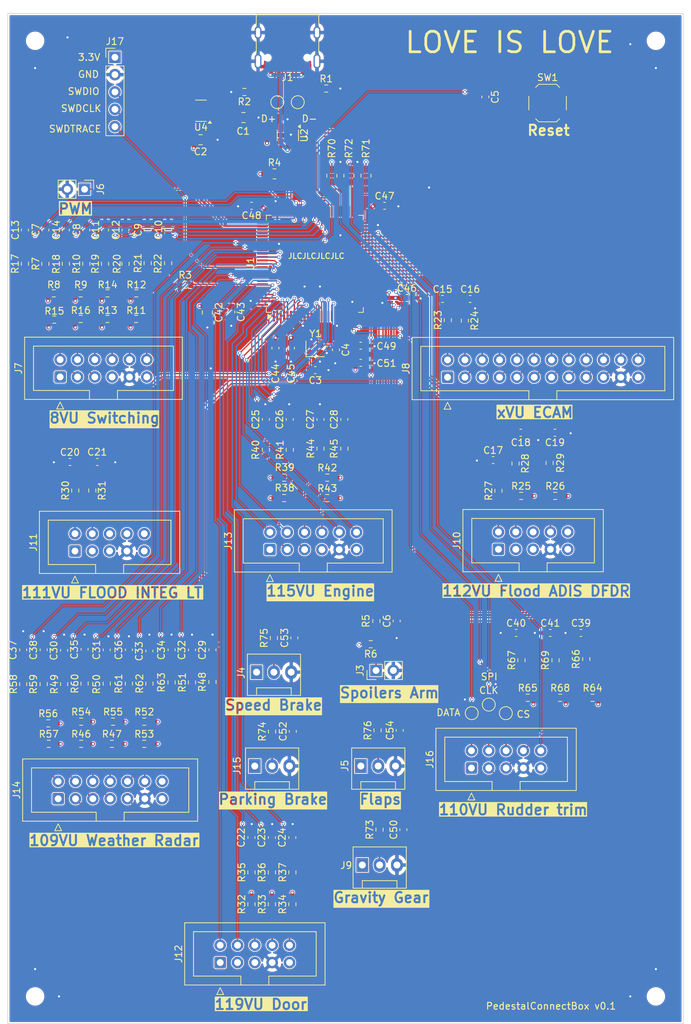
<source format=kicad_pcb>
(kicad_pcb
	(version 20240108)
	(generator "pcbnew")
	(generator_version "8.0")
	(general
		(thickness 1.6)
		(legacy_teardrops no)
	)
	(paper "A4" portrait)
	(layers
		(0 "F.Cu" signal)
		(1 "In1.Cu" signal)
		(2 "In2.Cu" signal)
		(31 "B.Cu" signal)
		(34 "B.Paste" user)
		(35 "F.Paste" user)
		(36 "B.SilkS" user "B.Silkscreen")
		(37 "F.SilkS" user "F.Silkscreen")
		(38 "B.Mask" user)
		(39 "F.Mask" user)
		(44 "Edge.Cuts" user)
		(45 "Margin" user)
		(46 "B.CrtYd" user "B.Courtyard")
		(47 "F.CrtYd" user "F.Courtyard")
		(48 "B.Fab" user)
		(49 "F.Fab" user)
	)
	(setup
		(stackup
			(layer "F.SilkS"
				(type "Top Silk Screen")
				(color "White")
			)
			(layer "F.Paste"
				(type "Top Solder Paste")
			)
			(layer "F.Mask"
				(type "Top Solder Mask")
				(color "Black")
				(thickness 0.01)
			)
			(layer "F.Cu"
				(type "copper")
				(thickness 0.035)
			)
			(layer "dielectric 1"
				(type "prepreg")
				(thickness 0.1)
				(material "FR4")
				(epsilon_r 4.5)
				(loss_tangent 0.02)
			)
			(layer "In1.Cu"
				(type "copper")
				(thickness 0.035)
			)
			(layer "dielectric 2"
				(type "core")
				(thickness 1.24)
				(material "FR4")
				(epsilon_r 4.5)
				(loss_tangent 0.02)
			)
			(layer "In2.Cu"
				(type "copper")
				(thickness 0.035)
			)
			(layer "dielectric 3"
				(type "prepreg")
				(thickness 0.1)
				(material "FR4")
				(epsilon_r 4.5)
				(loss_tangent 0.02)
			)
			(layer "B.Cu"
				(type "copper")
				(thickness 0.035)
			)
			(layer "B.Mask"
				(type "Bottom Solder Mask")
				(color "Black")
				(thickness 0.01)
			)
			(layer "B.Paste"
				(type "Bottom Solder Paste")
			)
			(layer "B.SilkS"
				(type "Bottom Silk Screen")
				(color "White")
			)
			(copper_finish "None")
			(dielectric_constraints yes)
		)
		(pad_to_mask_clearance 0)
		(allow_soldermask_bridges_in_footprints no)
		(pcbplotparams
			(layerselection 0x00010fc_ffffffff)
			(plot_on_all_layers_selection 0x0000000_00000000)
			(disableapertmacros no)
			(usegerberextensions no)
			(usegerberattributes yes)
			(usegerberadvancedattributes yes)
			(creategerberjobfile yes)
			(dashed_line_dash_ratio 12.000000)
			(dashed_line_gap_ratio 3.000000)
			(svgprecision 4)
			(plotframeref no)
			(viasonmask no)
			(mode 1)
			(useauxorigin no)
			(hpglpennumber 1)
			(hpglpenspeed 20)
			(hpglpendiameter 15.000000)
			(pdf_front_fp_property_popups yes)
			(pdf_back_fp_property_popups yes)
			(dxfpolygonmode yes)
			(dxfimperialunits yes)
			(dxfusepcbnewfont yes)
			(psnegative no)
			(psa4output no)
			(plotreference yes)
			(plotvalue yes)
			(plotfptext yes)
			(plotinvisibletext no)
			(sketchpadsonfab no)
			(subtractmaskfromsilk no)
			(outputformat 1)
			(mirror no)
			(drillshape 0)
			(scaleselection 1)
			(outputdirectory "manufacturing/")
		)
	)
	(net 0 "")
	(net 1 "VBUS")
	(net 2 "GND")
	(net 3 "+3V3")
	(net 4 "/HSE_IN")
	(net 5 "/HSE_OUT")
	(net 6 "/SWD_NRST")
	(net 7 "/Spoiler_arm")
	(net 8 "/AIR Capt")
	(net 9 "/AIR FO")
	(net 10 "/ECAM Capt")
	(net 11 "/ECAM FO")
	(net 12 "/EIS Capt")
	(net 13 "/EIS FO")
	(net 14 "/ATT Capt")
	(net 15 "/ATT FO")
	(net 16 "/Upper ECAM Brightness")
	(net 17 "/Lower ECAM Brightness")
	(net 18 "/FLOOD LT PED")
	(net 19 "/DFDR")
	(net 20 "/AIDS")
	(net 21 "/FLOOD LT MIP")
	(net 22 "/INTEG LT")
	(net 23 "/DOOR UNLOCK")
	(net 24 "/DOOR LOCK")
	(net 25 "/DOOR VIDEO")
	(net 26 "/ENG 1 Master")
	(net 27 "/ENG 2 Master")
	(net 28 "/ENG MODE Crank")
	(net 29 "/ENG MODE Start")
	(net 30 "/WXR Gain")
	(net 31 "/WXR Multiscan")
	(net 32 "/WXR CCS")
	(net 33 "/WXR Tilt")
	(net 34 "/WXR MAP")
	(net 35 "/WXR PWS")
	(net 36 "/WXR WX+T")
	(net 37 "/WXR TURB")
	(net 38 "/WXR SYS 1")
	(net 39 "/WXR SYS 2")
	(net 40 "/Rudder Trim Left")
	(net 41 "/Rudder Trim Right")
	(net 42 "/Rudder Reset")
	(net 43 "/Power & USB/USB_CON_D-")
	(net 44 "unconnected-(J1-SBU2-PadB8)")
	(net 45 "unconnected-(J1-SBU1-PadA8)")
	(net 46 "/Power & USB/USB_CON_D+")
	(net 47 "Net-(J1-CC2)")
	(net 48 "Net-(J1-CC1)")
	(net 49 "Net-(J3-Pin_1)")
	(net 50 "/Speed_brake")
	(net 51 "/Flaps")
	(net 52 "/PWM")
	(net 53 "Net-(J7-Pin_2)")
	(net 54 "Net-(J7-Pin_4)")
	(net 55 "Net-(J7-Pin_12)")
	(net 56 "Net-(J7-Pin_10)")
	(net 57 "Net-(J7-Pin_8)")
	(net 58 "Net-(J7-Pin_6)")
	(net 59 "/ECAM Keys Col 3")
	(net 60 "/ECAM LEDs ROW 3")
	(net 61 "/ECAM Keys Col 4")
	(net 62 "/ECAM Keys Col 2")
	(net 63 "/ECAM LEDs ROW 1")
	(net 64 "/ECAM LEDs COL 3")
	(net 65 "/ECAM LEDs ROW 2")
	(net 66 "/ECAM Keys Col 6")
	(net 67 "/ECAM Keys Row 2")
	(net 68 "/ECAM Keys Row 4")
	(net 69 "/ECAM LEDs COL 6")
	(net 70 "/ECAM Keys Col 1")
	(net 71 "/ECAM Keys Row 3")
	(net 72 "/ECAM Keys Col 5")
	(net 73 "/ECAM LEDs COL 1")
	(net 74 "/ECAM LEDs COL 4")
	(net 75 "/ECAM LEDs COL 2")
	(net 76 "/ECAM LEDs COL 5")
	(net 77 "/ECAM Keys Row 1")
	(net 78 "/Gravity Gear")
	(net 79 "Net-(J10-Pin_8)")
	(net 80 "unconnected-(J10-Pin_6-Pad6)")
	(net 81 "unconnected-(J10-Pin_5-Pad5)")
	(net 82 "Net-(J10-Pin_4)")
	(net 83 "unconnected-(J11-Pin_5-Pad5)")
	(net 84 "unconnected-(J11-Pin_6-Pad6)")
	(net 85 "/DOOR OPEN LT")
	(net 86 "Net-(J12-Pin_8)")
	(net 87 "unconnected-(J12-Pin_3-Pad3)")
	(net 88 "unconnected-(J12-Pin_5-Pad5)")
	(net 89 "Net-(J12-Pin_10)")
	(net 90 "Net-(J12-Pin_6)")
	(net 91 "/DOOR FAULT LT")
	(net 92 "Net-(J14-Pin_7)")
	(net 93 "Net-(J14-Pin_12)")
	(net 94 "Net-(J14-Pin_10)")
	(net 95 "Net-(J14-Pin_5)")
	(net 96 "Net-(J14-Pin_9)")
	(net 97 "Net-(J14-Pin_6)")
	(net 98 "Net-(J14-Pin_8)")
	(net 99 "Net-(J14-Pin_4)")
	(net 100 "/Park Brk")
	(net 101 "Net-(J16-Pin_4)")
	(net 102 "Net-(J16-Pin_3)")
	(net 103 "Net-(J16-Pin_8)")
	(net 104 "Net-(J16-Pin_6)")
	(net 105 "Net-(J16-Pin_2)")
	(net 106 "Net-(J16-Pin_5)")
	(net 107 "/SWD_IO")
	(net 108 "/SWD_CLK")
	(net 109 "/SWD_TRACE")
	(net 110 "/BOOT0")
	(net 111 "/SPI_DATA")
	(net 112 "/SPI_CLK")
	(net 113 "/SPI_CS")
	(net 114 "unconnected-(J7-Pin_11-Pad11)")
	(net 115 "unconnected-(U1-PC12-Pad80)")
	(net 116 "unconnected-(J10-Pin_9-Pad9)")
	(net 117 "unconnected-(U1-PC11-Pad79)")
	(net 118 "unconnected-(J11-Pin_9-Pad9)")
	(net 119 "unconnected-(J14-Pin_13-Pad13)")
	(net 120 "/USB_D+")
	(net 121 "unconnected-(U1-PD2-Pad83)")
	(net 122 "unconnected-(U1-NC-Pad73)")
	(net 123 "/USB_D-")
	(net 124 "unconnected-(U1-PD0-Pad81)")
	(net 125 "unconnected-(U1-PC10-Pad78)")
	(net 126 "unconnected-(U4-NC-Pad4)")
	(net 127 "Net-(J4-Pin_2)")
	(net 128 "Net-(J5-Pin_2)")
	(net 129 "Net-(J9-Pin_2)")
	(net 130 "Net-(J15-Pin_2)")
	(net 131 "Net-(J14-Pin_3)")
	(net 132 "unconnected-(J14-Pin_14-Pad14)")
	(net 133 "Net-(J14-Pin_2)")
	(net 134 "Net-(J7-Pin_5)")
	(net 135 "unconnected-(J7-Pin_7-Pad7)")
	(net 136 "Net-(J7-Pin_3)")
	(net 137 "Net-(J8-Pin_2)")
	(net 138 "Net-(J8-Pin_4)")
	(net 139 "unconnected-(J10-Pin_3-Pad3)")
	(net 140 "Net-(J10-Pin_2)")
	(net 141 "unconnected-(J10-Pin_10-Pad10)")
	(net 142 "unconnected-(J11-Pin_8-Pad8)")
	(net 143 "unconnected-(J11-Pin_10-Pad10)")
	(net 144 "Net-(J11-Pin_2)")
	(net 145 "unconnected-(J11-Pin_3-Pad3)")
	(net 146 "Net-(J11-Pin_4)")
	(net 147 "Net-(J13-Pin_8)")
	(net 148 "unconnected-(J13-Pin_7-Pad7)")
	(net 149 "/ENG 1 Fault")
	(net 150 "Net-(J13-Pin_3)")
	(net 151 "Net-(J13-Pin_6)")
	(net 152 "Net-(J13-Pin_5)")
	(net 153 "/ENG 1 Fire")
	(net 154 "/ENG 2 Fire")
	(net 155 "/ENG 2 Fault")
	(net 156 "/Rudder Display PWM")
	(footprint "Resistor_SMD:R_0603_1608Metric" (layer "F.Cu") (at 152.79 111.575 -90))
	(footprint "Capacitor_SMD:C_0603_1608Metric" (layer "F.Cu") (at 125.45 122.025 90))
	(footprint "Connector_PinHeader_2.54mm:PinHeader_1x05_P2.54mm_Vertical" (layer "F.Cu") (at 83.7 23.42))
	(footprint "Package_TO_SOT_SMD:SOT-23-5" (layer "F.Cu") (at 96.3125 31.25 180))
	(footprint "Connector_IDC:IDC-Header_2x05_P2.54mm_Vertical" (layer "F.Cu") (at 77.84 95.75 90))
	(footprint "Capacitor_SMD:C_0603_1608Metric" (layer "F.Cu") (at 76.5 48.725 -90))
	(footprint "Resistor_SMD:R_0603_1608Metric" (layer "F.Cu") (at 95 115 90))
	(footprint "Resistor_SMD:R_0603_1608Metric" (layer "F.Cu") (at 85.25 53.675 -90))
	(footprint "Resistor_SMD:R_0603_1608Metric" (layer "F.Cu") (at 144.215 117.25))
	(footprint "Resistor_SMD:R_0603_1608Metric" (layer "F.Cu") (at 102.675 28.5 180))
	(footprint "Resistor_SMD:R_0603_1608Metric" (layer "F.Cu") (at 73.925 121))
	(footprint "Capacitor_SMD:C_0603_1608Metric" (layer "F.Cu") (at 82.5 110.225 -90))
	(footprint "Capacitor_SMD:C_0603_1608Metric" (layer "F.Cu") (at 107.225 66.025 -90))
	(footprint "Resistor_SMD:R_0603_1608Metric" (layer "F.Cu") (at 78.75 124))
	(footprint "Resistor_SMD:R_0603_1608Metric" (layer "F.Cu") (at 79.25 115.175 90))
	(footprint "Capacitor_SMD:C_0603_1608Metric" (layer "F.Cu") (at 73.5 48.725 -90))
	(footprint "Capacitor_SMD:C_0603_1608Metric" (layer "F.Cu") (at 105.83 76.475 -90))
	(footprint "Button_Switch_SMD:SW_Push_1P1T_XKB_TS-1187A" (layer "F.Cu") (at 147.125 30.125))
	(footprint "Capacitor_SMD:C_0603_1608Metric" (layer "F.Cu") (at 116.1 66.275 -90))
	(footprint "Capacitor_SMD:C_0603_1608Metric" (layer "F.Cu") (at 103.71 137.725 -90))
	(footprint "Capacitor_SMD:C_0603_1608Metric" (layer "F.Cu") (at 109.775 122.175 90))
	(footprint "TestPoint:TestPoint_Pad_D1.5mm" (layer "F.Cu") (at 141 119.5))
	(footprint "MountingHole:MountingHole_2.2mm_M2" (layer "F.Cu") (at 163 21))
	(footprint "Resistor_SMD:R_0603_1608Metric" (layer "F.Cu") (at 98 114.925 -90))
	(footprint "Resistor_SMD:R_0603_1608Metric" (layer "F.Cu") (at 82.5 115.175 -90))
	(footprint "Capacitor_SMD:C_0603_1608Metric" (layer "F.Cu") (at 82.25 48.725 -90))
	(footprint "NiasStuff:USB_C_Receptacle_G-Switch_GT-USB-7010ASV" (layer "F.Cu") (at 109 20.875 180))
	(footprint "Resistor_SMD:R_0603_1608Metric" (layer "F.Cu") (at 109.71 147.5 90))
	(footprint "Resistor_SMD:R_0603_1608Metric" (layer "F.Cu") (at 78.75 120.75))
	(footprint "Resistor_SMD:R_0603_1608Metric" (layer "F.Cu") (at 148.245 87.675))
	(footprint "Resistor_SMD:R_0805_2012Metric" (layer "F.Cu") (at 120.5 40.7625 90))
	(footprint "Resistor_SMD:R_0603_1608Metric" (layer "F.Cu") (at 117.33 80.75 -90))
	(footprint "Connector_IDC:IDC-Header_2x12_P2.54mm_Vertical" (layer "F.Cu") (at 132.46 70.29 90))
	(footprint "MountingHole:MountingHole_2.2mm_M2" (layer "F.Cu") (at 72 161))
	(footprint "Resistor_SMD:R_0603_1608Metric"
		(layer "F.Cu")
		(uuid "2f81381b-0070-4924-a710-b5c0e69a89b3")
		(at 70.25 115.25 90)
		(descr "Resistor SMD 0603 (1608 Metric), square (rectangular) end terminal, IPC_7351 nominal, (Body size source: IPC-SM-782 page 72, https://www.pcb-3d.com/wordpress/wp-content/uploads/ipc-sm-782a_amendment_1_and_2.pdf), generated with kicad-footprint-generator")
		(tags "resistor")
		(property "Reference" "R58"
			(at 0 -1.43 -90)
			(layer "F.SilkS")
			(uuid "2224c7e8-2945-4135-89b5-e9430fd56e5a")
			(effects
				(font
					(size 1 1)
					(thickness 0.15)
				)
			)
		)
		(property "Value" "10k"
			(at 0 1.43 -90)
			(layer "F.Fab")
			(uuid "9ef6a22d-7b83-486b-b2cf-43da7e4e00a2")
			(effects
				(font
					(size 1 1)
					(thickness 0.15)
				)
			)
		)
		(property "Footprint" "Resistor_SMD:R_0603_1608Metric"
			(at 0 0 90)
			(unlocked yes)
			(layer "F.Fab")
			(hide yes)
			(uuid "b367f01d-dd6d-4ad6-a16f-9807a1459090")
			(effects
				(font
					(size 1.27 1.27)
				)
			)
		)
		(property "Datasheet" "https://www.lcsc.com/datasheet/lcsc_datasheet_2206010045_UNI-ROYAL-Uniroyal-Elec-0603WAF1002T5E_C25804.pdf"
			(at 0 0 90)
			(unlocked yes)
			(layer "F.Fab")
			(hide yes)
			(uuid "a9ac4549-a3c6-4c73-8f68-4f0035d01a55")
			(effects
				(font
					(size 1.27 1.27)
				)
			)
		)

... [2569425 chars truncated]
</source>
